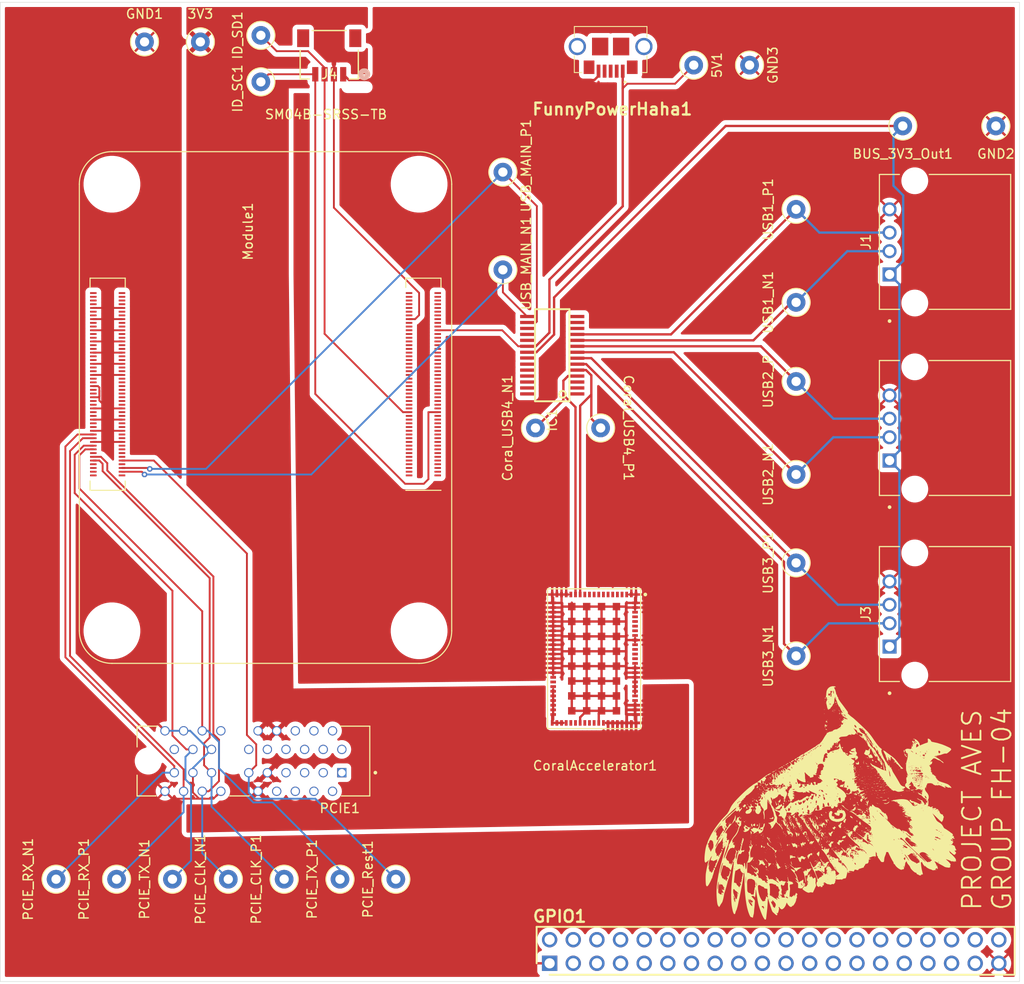
<source format=kicad_pcb>
(kicad_pcb (version 20240108) (generator "pcbnew") (generator_version "8.0")
  (layers (0 "F.Cu" signal) (31 "B.Cu" signal) (34 "B.Paste" user) (35 "F.Paste" user) (36 "B.SilkS" user "B.Silkscreen") (37 "F.SilkS" user "F.Silkscreen") (38 "B.Mask" user) (39 "F.Mask" user) (44 "Edge.Cuts" user))
  (net 0 "")
  (net 1 "GND")
  (net 3 "USB_SUB4_P")
  (net 7 "+3V3")
  (net 20 "USB_SUB4_N")
  (net 28 "+5V")
  (net 34 "GPIO_7")
  (net 36 "GPIO_2")
  (net 37 "GPIO_19")
  (net 39 "GPIO_24")
  (net 40 "GPIO_11")
  (net 41 "ID_SC")
  (net 42 "GPIO_10")
  (net 43 "GPIO_6")
  (net 45 "GPIO_3")
  (net 46 "GPIO_5")
  (net 47 "GPIO_26")
  (net 48 "GPIO_8")
  (net 49 "GPIO_25")
  (net 50 "GPIO_14")
  (net 51 "GPIO_9")
  (net 52 "GPIO_21")
  (net 54 "GPIO_23")
  (net 55 "GPIO_4")
  (net 56 "GPIO_12")
  (net 58 "GPIO_15")
  (net 59 "GPIO_18")
  (net 60 "GPIO_17")
  (net 62 "GPIO_13")
  (net 63 "GPIO_27")
  (net 64 "GPIO_16")
  (net 65 "GPIO_20")
  (net 66 "GPIO_22")
  (net 67 "ID_SD")
  (net 70 "USB_SUB3_N")
  (net 71 "USB_SUB1_P")
  (net 73 "USB_SUB2_N")
  (net 75 "USB_MAIN_N")
  (net 80 "USB_SUB3_P")
  (net 84 "USB_SUB1_N")
  (net 87 "BUS_3v3_Out")
  (net 89 "USB_SUB2_P")
  (net 92 "USB_MAIN_P")
  (net 145 "PCIE_Connector_RX_N")
  (net 148 "PCIE_CLK_N")
  (net 152 "PCIE_Connector_TX_P")
  (net 165 "PCIE_Connector_RX_P")
  (net 176 "PCIE_Connector_TX_N")
  (net 178 "PCIE_Reset")
  (net 193 "PCIE_CLK_P")
  (footprint "TestPoint:TestPoint_Loop_D1.80mm_Drill1.0mm_Beaded" (layer "F.Cu") (at 105 110.5 -90)
    (property "Reference" "PCIE_CLK_P1")
    (property "Value" "TestPoint" (hide yes))
  )
  (footprint "TestPoint:TestPoint_Loop_D1.80mm_Drill1.0mm_Beaded" (layer "F.Cu") (at 160 76.5 -90)
    (property "Reference" "USB3_P1")
    (property "Value" "TestPoint" (hide yes))
  )
  (footprint "TestPoint:TestPoint_Loop_D1.80mm_Drill1.0mm_Beaded" (layer "F.Cu") (at 90 20.5 180)
    (property "Reference" "GND1")
    (property "Value" "TestPoint" (hide yes))
  )
  (footprint "SeniorDesign_USB_BUS_FE1.1S:FE1.1S_SSOP-28" (layer "F.Cu") (at 133.8 54.18 90)
    (property "Reference" "IC1")
    (property "Value" "FE1.1S" (hide yes))
  )
  (footprint "TestPoint:TestPoint_Loop_D1.80mm_Drill1.0mm_Beaded" (layer "F.Cu") (at 80.5 110.5 -90)
    (property "Reference" "PCIE_RX_N1")
    (property "Value" "TestPoint" (hide yes))
  )
  (footprint "TestPoint:TestPoint_Loop_D1.80mm_Drill1.0mm_Beaded" (layer "F.Cu") (at 155 23 90)
    (property "Reference" "GND3")
    (property "Value" "TestPoint" (hide yes))
  )
  (footprint "TestPoint:TestPoint_Loop_D1.80mm_Drill1.0mm_Beaded" (layer "F.Cu") (at 160 57 -90)
    (property "Reference" "USB2_P1" (hide yes))
    (property "Value" "TestPoint" (hide yes))
  )
  (footprint "SeniorDesign_USB-A1HSW6:OST_USB-A1HSW6" (layer "F.Cu") (at 172.75 42 90)
    (property "Reference" "J1")
    (property "Value" "USB-A1HSW6" (hide yes))
  )
  (footprint "TestPoint:TestPoint_Loop_D1.80mm_Drill1.0mm_Beaded" (layer "F.Cu") (at 139 62 90)
    (property "Reference" "Coral_USB4_P1" (hide yes))
    (property "Value" "TestPoint" (hide yes))
  )
  (footprint "SeniorDesign_Qwiic_Flat:CONN_SM04B-SRSS-TB_JST" (layer "F.Cu") (at 109.84425 21.8841)
    (property "Reference" "J4")
    (property "Value" "SM04B-SRSS-TB")
  )
  (footprint "SeniorDesign_PCIEConnector:AMPHENOL_10082378-11100TLF" (layer "F.Cu") (at 101.7 97.8 180)
    (property "Reference" "PCIE1")
    (property "Value" "10082378-11100TLF")
  )
  (footprint "LOGO" (layer "F.Cu") (at 164.5 102 90)
    (property "Reference" "G***")
    (property "Value" "LOGO" (hide yes))
  )
  (footprint "TestPoint:TestPoint_Loop_D1.80mm_Drill1.0mm_Beaded" (layer "F.Cu") (at 181.46 29.54)
    (property "Reference" "GND2")
    (property "Value" "TestPoint" (hide yes))
  )
  (footprint "TestPoint:TestPoint_Loop_D1.80mm_Drill1.0mm_Beaded" (layer "F.Cu") (at 102.5 24.8 -90)
    (property "Reference" "ID_SC1")
    (property "Value" "TestPoint" (hide yes))
  )
  (footprint "SeniorDesign_CM4IO:Raspberry-Pi-4-Compute-Module" (layer "F.Cu") (at 119.5 35.8 180)
    (property "Reference" "Module1")
    (property "Value" "ComputeModule4-CM4")
  )
  (footprint "SeniorDesign_USB-A1HSW6:OST_USB-A1HSW6" (layer "F.Cu") (at 172.75 62 90)
    (property "Reference" "J2" (hide yes))
    (property "Value" "USB-A1HSW6" (hide yes))
  )
  (footprint "SeniorDesign_USB-A1HSW6:OST_USB-A1HSW6" (layer "F.Cu") (at 172.75 82 90)
    (property "Reference" "J3")
    (property "Value" "USB-A1HSW6" (hide yes))
  )
  (footprint "TestPoint:TestPoint_Loop_D1.80mm_Drill1.0mm_Beaded" (layer "F.Cu") (at 117 110.5 -90)
    (property "Reference" "PCIE_Rest1")
    (property "Value" "TestPoint" (hide yes))
  )
  (footprint "TestPoint:TestPoint_Loop_D1.80mm_Drill1.0mm_Beaded" (layer "F.Cu") (at 149 23 90)
    (property "Reference" "5V1")
    (property "Value" "TestPoint" (hide yes))
  )
  (footprint "TestPoint:TestPoint_Loop_D1.80mm_Drill1.0mm_Beaded" (layer "F.Cu") (at 111 110.5 -90)
    (property "Reference" "PCIE_TX_P1")
    (property "Value" "TestPoint" (hide yes))
  )
  (footprint "TestPoint:TestPoint_Loop_D1.80mm_Drill1.0mm_Beaded" (layer "F.Cu") (at 160 86.5 -90)
    (property "Reference" "USB3_N1")
    (property "Value" "TestPoint" (hide yes))
  )
  (footprint "TestPoint:TestPoint_Loop_D1.80mm_Drill1.0mm_Beaded" (layer "F.Cu") (at 99 110.5 -90)
    (property "Reference" "PCIE_CLK_N1")
    (property "Value" "TestPoint" (hide yes))
  )
  (footprint "TestPoint:TestPoint_Loop_D1.80mm_Drill1.0mm_Beaded" (layer "F.Cu") (at 96 20.5 180)
    (property "Reference" "3V3")
    (property "Value" "TestPoint" (hide yes))
  )
  (footprint "TestPoint:TestPoint_Loop_D1.80mm_Drill1.0mm_Beaded" (layer "F.Cu") (at 132 62)
    (property "Reference" "Coral_USB4_N1")
    (property "Value" "TestPoint" (hide yes))
  )
  (footprint "TestPoint:TestPoint_Loop_D1.80mm_Drill1.0mm_Beaded" (layer "F.Cu") (at 171.46 29.54)
    (property "Reference" "BUS_3V3_Out1")
    (property "Value" "TestPoint" (hide yes))
  )
  (footprint "SeniorDesign_USB_Micro:USB307530A" (layer "F.Cu") (at 140.075 21 180)
    (property "Reference" "FunnyPowerHaha1")
    (property "Value" "USB3075-30-A" (hide yes))
  )
  (footprint "TestPoint:TestPoint_Loop_D1.80mm_Drill1.0mm_Beaded" (layer "F.Cu") (at 160 38.5 -90)
    (property "Reference" "USB1_P1")
    (property "Value" "TestPoint" (hide yes))
  )
  (footprint "TestPoint:TestPoint_Loop_D1.80mm_Drill1.0mm_Beaded" (layer "F.Cu") (at 93 110.5 -90)
    (property "Reference" "PCIE_TX_N1")
    (property "Value" "TestPoint" (hide yes))
  )
  (footprint "TestPoint:TestPoint_Loop_D1.80mm_Drill1.0mm_Beaded" (layer "F.Cu") (at 160 67 -90)
    (property "Reference" "USB2_N1")
    (property "Value" "TestPoint" (hide yes))
  )
  (footprint "SeniorDesign_GPIO_Stacking_Header_F:RHDR40W64P254X254_2X20_5105X500X865P" (layer "F.Cu") (at 133.52 119.54)
    (property "Reference" "GPIO1")
    (property "Value" "2223" (hide yes))
  )
  (footprint "TestPoint:TestPoint_Loop_D1.80mm_Drill1.0mm_Beaded" (layer "F.Cu") (at 128.5 45 90)
    (property "Reference" "USB_MAIN_N1")
    (property "Value" "TestPoint" (hide yes))
  )
  (footprint "TestPoint:TestPoint_Loop_D1.80mm_Drill1.0mm_Beaded" (layer "F.Cu") (at 160 48.5 -90)
    (property "Reference" "USB1_N1")
    (property "Value" "TestPoint" (hide yes))
  )
  (footprint "TestPoint:TestPoint_Loop_D1.80mm_Drill1.0mm_Beaded" (layer "F.Cu") (at 102.5 19.8 -90)
    (property "Reference" "ID_SD1")
    (property "Value" "TestPoint" (hide yes))
  )
  (footprint "SeniorDesign_Coral_Accelerator_Module_F:MODULE_G313-06329-00" (layer "F.Cu") (at 138.3 86.8 180)
    (property "Reference" "CoralAccelerator1")
    (property "Value" "G313-06329-00" (hide yes))
  )
  (footprint "TestPoint:TestPoint_Loop_D1.80mm_Drill1.0mm_Beaded" (layer "F.Cu") (at 87 110.5 -90)
    (property "Reference" "PCIE_RX_P1")
    (property "Value" "TestPoint" (hide yes))
  )
  (footprint "TestPoint:TestPoint_Loop_D1.80mm_Drill1.0mm_Beaded" (layer "F.Cu") (at 128.5 34.5 90)
    (property "Reference" "USB_MAIN_P1")
    (property "Value" "TestPoint" (hide yes))
  )
  (gr_rect (start 74.5 16.25) (end 184 121.5) (stroke (width 0.05)) (fill none) (layer "Edge.Cuts"))
  (gr_text "PROJECT AVES\nGROUP FH-04" (at 180.5 114 90) (layer "F.SilkS") (effects (font (size 2 2) (thickness 0.2) (bold yes)) (justify left)))
  (gr_text "Coral_USB4_P1" (at 142 62 270) (layer "F.SilkS") (effects (font (size 1 1))))
  (segment (start 86 59.9) (end 87.58 59.9) (width 0.2) (layer "F.Cu") (net 1))
  (segment (start 111.34425 23.9826) (end 111.96165 24.6) (width 0.25) (layer "F.Cu") (net 1))
  (segment (start 85.15 59.05) (end 86 59.9) (width 0.2) (layer "F.Cu") (net 1))
  (segment (start 84.5 62.3) (end 87.58 62.3) (width 0.2) (layer "F.Cu") (net 1))
  (segment (start 92.2 101.05) (end 93 101.85) (width 0.2) (layer "F.Cu") (net 1))
  (segment (start 138.325 24.6) (end 138.775 24.15) (width 0.25) (layer "F.Cu") (net 1))
  (segment (start 84.5 61.1) (end 87.58 61.1) (width 0.2) (layer "F.Cu") (net 1))
  (segment (start 139.1 92.4) (end 138.8 92.7) (width 0.25) (layer "F.Cu") (net 1))
  (segment (start 136.8 93.1) (end 136.8 93.7) (width 0.25) (layer "F.Cu") (net 1))
  (segment (start 95.2 99.05) (end 95.2 101.181371) (width 0.2) (layer "F.Cu") (net 1))
  (segment (start 84.5 55.1) (end 87.58 55.1) (width 0.2) (layer "F.Cu") (net 1))
  (segment (start 85.05 58.7) (end 84.5 58.7) (width 0.2) (layer "F.Cu") (net 1))
  (segment (start 111.96165 24.6) (end 138.325 24.6) (width 0.25) (layer "F.Cu") (net 1))
  (segment (start 84.5 52.7) (end 87.58 52.7) (width 0.2) (layer "F.Cu") (net 1))
  (segment (start 85.15 58) (end 85.15 58.6) (width 0.2) (layer "F.Cu") (net 1))
  (segment (start 85 57.5) (end 85.15 57.65) (width 0.2) (layer "F.Cu") (net 1))
  (segment (start 96.5 101.85) (end 97.4 101.85) (width 0.2) (layer "F.Cu") (net 1))
  (segment (start 84.5 59.9) (end 86 59.9) (width 0.2) (layer "F.Cu") (net 1))
  (segment (start 84.5 56.3) (end 87.58 56.3) (width 0.2) (layer "F.Cu") (net 1))
  (segment (start 95.2 101.181371) (end 95.868629 101.85) (width 0.2) (layer "F.Cu") (net 1))
  (segment (start 137.5 92.4) (end 136.8 93.1) (width 0.25) (layer "F.Cu") (net 1))
  (segment (start 138.775 24.15) (end 138.775 23.65) (width 0.25) (layer "F.Cu") (net 1))
  (segment (start 85.15 57.65) (end 85.15 58) (width 0.2) (layer "F.Cu") (net 1))
  (segment (start 85.15 58) (end 85.15 59.05) (width 0.2) (layer "F.Cu") (net 1))
  (segment (start 84.5 50.3) (end 87.58 50.3) (width 0.2) (layer "F.Cu") (net 1))
  (segment (start 84.5 57.5) (end 85 57.5) (width 0.2) (layer "F.Cu") (net 1))
  (segment (start 95.868629 101.85) (end 96.5 101.85) (width 0.2) (layer "F.Cu") (net 1))
  (segment (start 84.5 53.9) (end 87.58 53.9) (width 0.2) (layer "F.Cu") (net 1))
  (segment (start 84.5 63.5) (end 87.58 63.5) (width 0.2) (layer "F.Cu") (net 1))
  (segment (start 138.775 23.65) (end 138.775 24.16) (width 0.25) (layer "F.Cu") (net 1))
  (segment (start 85.15 58.6) (end 85.05 58.7) (width 0.2) (layer "F.Cu") (net 1))
  (segment (start 93 101.85) (end 96.5 101.85) (width 0.2) (layer "F.Cu") (net 1))
  (segment (start 97.4 101.85) (end 98.2 101.05) (width 0.2) (layer "F.Cu") (net 1))
  (segment (start 84.5 51.5) (end 87.58 51.5) (width 0.2) (layer "F.Cu") (net 1))
  (segment (start 84.5 49.1) (end 87.58 49.1) (width 0.2) (layer "F.Cu") (net 1))
  (segment (start 138.8 92.7) (end 138.8 93.7) (width 0.25) (layer "F.Cu") (net 1))
  (segment (start 97.2 96.55) (end 95.2 98.55) (width 0.2) (layer "B.Cu") (net 1))
  (segment (start 94.2 94.55) (end 94.907106 94.55) (width 0.2) (layer "B.Cu") (net 1))
  (segment (start 95.2 98.55) (end 95.2 99.05) (width 0.2) (layer "B.Cu") (net 1))
  (segment (start 94.907106 94.55) (end 96.907106 96.55) (width 0.2) (layer "B.Cu") (net 1))
  (segment (start 96.907106 96.55) (end 97.2 96.55) (width 0.2) (layer "B.Cu") (net 1))
  (segment (start 92.2 94.55) (end 94.2 94.55) (width 0.2) (layer "B.Cu") (net 1))
  (segment (start 138 56.345) (end 138 58.415) (width 0.25) (layer "F.Cu") (net 3))
  (segment (start 137.435 55.78) (end 138 56.345) (width 0.25) (layer "F.Cu") (net 3))
  (segment (start 136.5 55.78) (end 137.435 55.78) (width 0.25) (layer "F.Cu") (net 3))
  (segment (start 138 58.415) (end 138 61) (width 0.25) (layer "F.Cu") (net 3))
  (segment (start 136.8 59.615) (end 136.8 79.9) (width 0.25) (layer "F.Cu") (net 3))
  (segment (start 138 58.415) (end 136.8 59.615) (width 0.25) (layer "F.Cu") (net 3))
  (segment (start 138 61) (end 139 62) (width 0.25) (layer "F.Cu") (net 3))
  (segment (start 119.5 47.48) (end 119.5 49.5) (width 0.2) (layer "F.Cu") (net 7))
  (segment (start 110.344249 38.324249) (end 119.5 47.48) (width 0.2) (layer "F.Cu") (net 7))
  (segment (start 110.344249 23.9826) (end 110.344249 38.324249) (width 0.2) (layer "F.Cu") (net 7))
  (segment (start 119.07 50.3) (end 119.5 49.87) (width 0.2) (layer "F.Cu") (net 7))
  (segment (start 118.42 50.3) (end 119.07 50.3) (width 0.2) (layer "F.Cu") (net 7))
  (segment (start 119.5 49.87) (end 119.5 49.5) (width 0.2) (layer "F.Cu") (net 7))
  (segment (start 135 58.4575) (end 135 56.92) (width 0.25) (layer "F.Cu") (net 20))
  (segment (start 136.3 79.9) (end 136.3 59.7575) (width 0.25) (layer "F.Cu") (net 20))
  (segment (start 136.3 59.7575) (end 135 58.4575) (width 0.25) (layer "F.Cu") (net 20))
  (segment (start 135 56.92) (end 135.5 56.42) (width 0.25) (layer "F.Cu") (net 20))
  (segment (start 135 58.4575) (end 135 59) (width 0.25) (layer "F.Cu") (net 20))
  (segment (start 135.5 56.42) (end 136.5 56.42) (width 0.25) (layer "F.Cu") (net 20))
  (segment (start 135 59) (end 132 62) (width 0.25) (layer "F.Cu") (net 20))
  (segment (start 132.035 53.22) (end 131.1 53.22) (width 0.25) (layer "F.Cu") (net 28))
  (segment (start 121.5 51.5) (end 128.43 51.5) (width 0.2) (layer "F.Cu") (net 28))
  (segment (start 141.375 25.5) (end 141.375 38.17) (width 0.25) (layer "F.Cu") (net 28))
  (segment (start 149 23) (end 147 25) (width 0.2) (layer "F.Cu") (net 28))
  (segment (start 128.43 51.5) (end 130.15 53.22) (width 0.2) (layer "F.Cu") (net 28))
  (segment (start 141.375 23.65) (end 141.375 25.5) (width 0.25) (layer "F.Cu") (net 28))
  (segment (start 141.375 38.17) (end 133.5 46.045) (width 0.25) (layer "F.Cu") (net 28))
  (segment (start 133.5 46.045) (end 133.5 51.755) (width 0.25) (layer "F.Cu") (net 28))
  (segment (start 133.5 51.755) (end 132.035 53.22) (width 0.25) (layer "F.Cu") (net 28))
  (segment (start 130.15 53.22) (end 131.1 53.22) (width 0.2) (layer "F.Cu") (net 28))
  (segment (start 147 25) (end 141.875 25) (width 0.2) (layer "F.Cu") (net 28))
  (segment (start 141.875 25) (end 141.375 25.5) (width 0.2) (layer "F.Cu") (net 28))
  (segment (start 118 68) (end 120 68) (width 0.2) (layer "F.Cu") (net 41))
  (segment (start 108.34425 23.9826) (end 103.3174 23.9826) (width 0.2) (layer "F.Cu") (net 41))
  (segment (start 103.3174 23.9826) (end 102.5 24.8) (width 0.2) (layer "F.Cu") (net 41))
  (segment (start 120 68) (end 120.5 67.5) (width 0.2) (layer "F.Cu") (net 41))
  (segment (start 108.34425 23.9826) (end 108.34425 58.34425) (width 0.2) (layer "F.Cu") (net 41))
  (segment (start 120.5 67.5) (end 120.5 60.3) (width 0.2) (layer "F.Cu") (net 41))
  (segment (start 108.34425 58.34425) (end 118 68) (width 0.2) (layer "F.Cu") (net 41))
  (segment (start 120.5 60.3) (end 121.5 60.3) (width 0.2) (layer "F.Cu") (net 41))
  (segment (start 104.2 21.5) (end 102.5 19.8) (width 0.2) (layer "F.Cu") (net 67))
  (segment (start 109.344251 23.277701) (end 107.56655 21.5) (width 0.2) (layer "F.Cu") (net 67))
  (segment (start 109.344251 23.9826) (end 109.344251 23.277701) (width 0.2) (layer "F.Cu") (net 67))
  (segment (start 109.344251 23.9826) (end 109.344251 51.874251) (width 0.2) (layer "F.Cu") (net 67))
  (segment (start 117.77 60.3) (end 118.42 60.3) (width 0.2) (layer "F.Cu") (net 67))
  (segment (start 107.56655 21.5) (end 104.2 21.5) (width 0.2) (layer "F.Cu") (net 67))
  (segment (start 109.344251 51.874251) (end 117.77 60.3) (width 0.2) (layer "F.Cu") (net 67))
  (segment (start 158.7 85.2) (end 160 86.5) (width 0.25) (layer "F.Cu") (net 70))
  (segment (start 158.7 76.39) (end 158.7 85.2) (width 0.25) (layer "F.Cu") (net 70))
  (segment (start 136.5 55.14) (end 137.45 55.14) (width 0.25) (layer "F.Cu") (net 70))
  (segment (start 137.45 55.14) (end 158.7 76.39) (width 0.25) (layer "F.Cu") (net 70))
  (segment (start 163.5 83) (end 160 86.5) (width 0.25) (layer "B.Cu") (net 70))
  (segment (start 170.04 83) (end 163.5 83) (width 0.25) (layer "B.Cu") (net 70))
  (segment (start 146.56 51.94) (end 160 38.5) (width 0.25) (layer "F.Cu") (net 71))
  (segment (start 136.5 51.94) (end 146.56 51.94) (width 0.25) (layer "F.Cu") (net 71))
  (segment (start 170.04 41) (end 162.5 41) (width 0.25) (layer "B.Cu") (net 71))
  (segment (start 162.5 41) (end 160 38.5) (width 0.25) (layer "B.Cu") (net 71))
  (segment (start 160 67) (end 146.86 53.86) (width 0.25) (layer "F.Cu") (net 73))
  (segment (start 146.86 53.86) (end 136.5 53.86) (width 0.25) (layer "F.Cu") (net 73))
  (segment (start 164 63) (end 160 67) (width 0.25) (layer "B.Cu") (net 73))
  (segment (start 170.04 63) (end 164 63) (width 0.25) (layer "B.Cu") (net 73))
  (segment (start 89.7 66.7) (end 87.58 66.7) (width 0.2) (layer "F.Cu") (net 75))
  (segment (start 128.5 47.42) (end 131.1 50.02) (width 0.2) (layer "F.Cu") (net 75))
  (segment (start 90 67) (end 89.7 66.7) (width 0.2) (layer "F.Cu") (net 75))
  (segment (start 128.5 45) (end 128.5 47.42) (width 0.2) (layer "F.Cu") (net 75))
  (via (at 90 67) (size 0.6) (drill 0.3) (layers "F.Cu" "B.Cu") (net 75))
  (segment (start 128.5 46.414213) (end 107.914213 67) (width 0.2) (layer "B.Cu") (net 75))
  (segment (start 128.5 45) (end 128.5 46.414213) (width 0.2) (layer "B.Cu") (net 75))
  (segment (start 107.914213 67) (end 90 67) (width 0.2) (layer "B.Cu") (net 75))
  (segment (start 138 54.5) (end 160 76.5) (width 0.25) (layer "F.Cu") (net 80))
  (segment (start 136.5 54.5) (end 138 54.5) (width 0.25) (layer "F.Cu") (net 80))
  (segment (start 170.04 81) (end 164.5 81) (width 0.25) (layer "B.Cu") (net 80))
  (segment (start 164.5 81) (end 160 76.5) (width 0.25) (layer "B.Cu") (net 80))
  (segment (start 159.5 48.5) (end 155.42 52.58) (width 0.25) (layer "F.Cu") (net 84))
  (segment (start 155.42 52.58) (end 136.5 52.58) (width 0.25) (layer "F.Cu") (net 84))
  (segment (start 160 48.5) (end 159.5 48.5) (width 0.25) (layer "F.Cu") (net 84))
  (segment (start 170.04 43) (end 165.5 43) (width 0.25) (layer "B.Cu") (net 84))
  (segment (start 165.5 43) (end 160 48.5) (width 0.25) (layer "B.Cu") (net 84))
  (segment (start 132.1 53.86) (end 131.1 53.86) (width 0.25) (layer "F.Cu") (net 87))
  (segment (start 134 51.96) (end 132.1 53.86) (width 0.25) (layer "F.Cu") (net 87))
  (segment (start 171.46 29.54) (end 152.4325 29.54) (width 0.25) (layer "F.Cu") (net 87))
  (segment (start 134 47.9725) (end 134 51.96) (width 0.25) (layer "F.Cu") (net 87))
  (segment (start 152.4325 29.54) (end 134 47.9725) (width 0.25) (layer "F.Cu") (net 87))
  (segment (start 170.04 65.5) (end 171.094 64.446) (width 0.25) (layer "B.Cu") (net 87))
  (segment (start 171.094 64.446) (end 171.094 46.554) (width 0.25) (layer "B.Cu") (net 87))
  (segment (start 171.5 37) (end 171.5 44.04) (width 0.25) (layer "B.Cu") (net 87))
  (segment (start 171.094 46.554) (end 170.04 45.5) (width 0.25) (layer "B.Cu") (net 87))
  (segment (start 171.094 84.446) (end 170.04 85.5) (width 0.25) (layer "B.Cu") (net 87))
  (segment (start 171.5 29.5) (end 171.46 29.54) (width 0.25) (layer "B.Cu") (net 87))
  (segment (start 170.04 65.5) (end 171.094 66.554) (width 0.25) (layer "B.Cu") (net 87))
  (segment (start 171.5 44.04) (end 170.04 45.5) (width 0.25) (layer "B.Cu") (net 87))
  (segment (start 171.094 66.554) (end 171.094 84.446) (width 0.25) (layer "B.Cu") (net 87))
  (segment (start 170.46 35.96) (end 171.5 37) (width 0.25) (layer "B.Cu") (net 87))
  (segment (start 171.46 29.54) (end 170.46 30.54) (width 0.25) (layer "B.Cu") (net 87))
  (segment (start 170.46 30.54) (end 170.46 35.96) (width 0.25) (layer "B.Cu") (net 87))
  (segment (start 156.22 53.22) (end 160 57) (width 0.25) (layer "F.Cu") (net 89))
  (segment (start 136.5 53.22) (end 156.22 53.22) (width 0.25) (layer "F.Cu") (net 89))
  (segment (start 164 61) (end 160 57) (width 0.25) (layer "B.Cu") (net 89))
  (segment (start 170.04 61) (end 164 61) (width 0.25) (layer "B.Cu") (net 89))
  (segment (start 131.1 50.66) (end 132.05 50.66) (width 0.2) (layer "F.Cu") (net 92))
  (segment (start 132.15 38.15) (end 128.5 34.5) (width 0.2) (layer "F.Cu") (net 92))
  (segment (start 90.465687 66.3) (end 90.565687 66.4) (width 0.2) (layer "F.Cu") (net 92))
  (segment (start 87.58 66.3) (end 90.465687 66.3) (width 0.2) (layer "F.Cu") (net 92))
  (segment (start 132.05 50.66) (end 132.15 50.56) (width 0.2) (layer "F.Cu") (net 92))
  (segment (start 132.15 50.56) (end 132.15 38.15) (width 0.2) (layer "F.Cu") (net 92))
  (via (at 90.565687 66.4) (size 0.6) (drill 0.3) (layers "F.Cu" "B.Cu") (net 92))
  (segment (start 96.6 66.4) (end 128.5 34.5) (width 0.2) (layer "B.Cu") (net 92))
  (segment (start 90.565687 66.4) (end 96.6 66.4) (width 0.2) (layer "B.Cu") (net 92))
  (segment (start 82.8 62.7) (end 84.5 62.7) (width 0.2) (layer "F.Cu") (net 145))
  (segment (start 81.5 64) (end 82.8 62.7) (width 0.2) (layer "F.Cu") (net 145))
  (segment (start 93.2 99.05) (end 93.2 98.342894) (width 0.2) (layer "F.Cu") (net 145))
  (segment (start 81.5 86.642894) (end 81.5 64) (width 0.2) (layer "F.Cu") (net 145))
  (segment (start 93.2 98.342894) (end 81.5 86.642894) (width 0.2) (layer "F.Cu") (net 145))
  (segment (start 91.95 99.05) (end 80.5 110.5) (width 0.2) (layer "B.Cu") (net 145))
  (segment (start 93.2 99.05) (end 91.95 99.05) (width 0.2) (layer "B.Cu") (net 145))
  (segment (start 96.907106 101.05) (end 98 99.957106) (width 0.2) (layer "F.Cu") (net 148))
  (segment (start 96.865 77.435) (end 86 66.57) (width 0.2) (layer "F.Cu") (net 148))
  (segment (start 86 66.57) (end 86 65.784315) (width 0.2) (layer "F.Cu") (net 148))
  (segment (start 86 65.784315) (end 85.315685 65.1) (width 0.2) (layer "F.Cu") (net 148))
  (segment (start 96.2 101.05) (end 96 100.85) (width 0.2) (layer "F.Cu") (net 148))
  (segment (start 96.2 101.05) (end 96.907106 101.05) (width 0.2) (layer "F.Cu") (net 148))
  (segment (start 97.4 94.9) (end 97.4 77.97) (width 0.2) (layer "F.Cu") (net 148))
  (segment (start 97.165685 77.735686) (end 96.865 77.435) (width 0.2) (layer "F.Cu") (net 148))
  (segment (start 98 95.5) (end 97.4 94.9) (width 0.2) (layer "F.Cu") (net 148))
  (segment (start 85.315685 65.1) (end 84.5 65.1) (width 0.2) (layer "F.Cu") (net 148))
  (segment (start 98 99.957106) (end 98 95.5) (width 0.2) (layer "F.Cu") (net 148))
  (segment (start 97.4 77.97) (end 97.165685 77.735686) (width 0.2) (layer "F.Cu") (net 148))
  (segment (start 96.2 107.7) (end 96.2 101.05) (width 0.2) (layer "B.Cu") (net 148))
  (segment (start 99 110.5) (end 96.2 107.7) (width 0.2) (layer "B.Cu") (net 148))
  (segment (start 96.2 81.7) (end 83 68.5) (width 0.2) (layer "F.Cu") (net 152))
  (segment (start 83 68.5) (end 83 64.940686) (width 0.2) (layer "F.Cu") (net 152))
  (segment (start 96.2 94.55) (end 96.2 81.7) (width 0.2) (layer "F.Cu") (net 152))
  (segment (start 83.640686 64.3) (end 84.5 64.3) (width 0.2) (layer "F.Cu") (net 152))
  (segment (start 83 64.940686) (end 83.640686 64.3) (width 0.2) (layer "F.Cu") (net 152))
  (segment (start 101.684314 102.25) (end 103.75 102.25) (width 0.2) (layer "B.Cu") (net 152))
  (segment (start 98 95.75) (end 98 98.565686) (width 0.2) (layer "B.Cu") (net 152))
  (segment (start 103.75 102.25) (end 111 109.5) (width 0.2) (layer "B.Cu") (net 152))
  (segment (start 96.8 94.55) (end 98 95.75) (width 0.2) (layer "B.Cu") (net 152))
  (segment (start 96.2 94.55) (end 96.8 94.55) (width 0.2) (layer "B.Cu") (net 152))
  (segment (start 111 109.5) (end 111 110.5) (width 0.2) (layer "B.Cu") (net 152))
  (segment (start 98 98.565686) (end 101.684314 102.25) (width 0.2) (layer "B.Cu") (net 152))
  (segment (start 82 64.475) (end 83.375 63.1) (width 0.2) (layer "F.Cu") (net 165))
  (segment (start 83.375 63.1) (end 84.5 63.1) (width 0.2) (layer "F.Cu") (net 165))
  (segment (start 82 86.5) (end 82 64.475) (width 0.2) (layer "F.Cu") (net 165))
  (segment (start 94.2 101.05) (end 94.2 98.7) (width 0.2) (layer "F.Cu") (net 165))
  (segment (start 94.2 98.7) (end 82 86.5) (width 0.2) (layer "F.Cu") (net 165))
  (segment (start 94.2 101.05) (end 94.2 103.3) (width 0.2) (layer "B.Cu") (net 165))
  (segment (start 94.2 103.3) (end 87 110.5) (width 0.2) (layer "B.Cu") (net 165))
  (segment (start 93 95.057106) (end 93 79.5) (width 0.2) (layer "F.Cu") (net 176))
  (segment (start 94.492894 96.55) (end 93 95.057106) (width 0.2) (layer "F.Cu") (net 176))
  (segment (start 82.5 64.875) (end 83.475 63.9) (width 0.2) (layer "F.Cu") (net 176))
  (segment (start 95.2 96.55) (end 94.492894 96.55) (width 0.2) (layer "F.Cu") (net 176))
  (segment (start 82.5 69) (end 82.5 64.875) (width 0.2) (layer "F.Cu") (net 176))
  (segment (start 93 79.5) (end 82.5 69) (width 0.2) (layer "F.Cu") (net 176))
  (segment (start 83.475 63.9) (end 84.5 63.9) (width 0.2) (layer "F.Cu") (net 176))
  (segment (start 93 110.5) (end 95 108.5) (width 0.2) (layer "B.Cu") (net 176))
  (segment (start 95 100.381371) (end 94.4 99.781371) (width 0.2) (layer "B.Cu") (net 176))
  (segment (start 94.4 99.781371) (end 94.4 97.35) (width 0.2) (layer "B.Cu") (net 176))
  (segment (start 94.4 97.35) (end 95.2 96.55) (width 0.2) (layer "B.Cu") (net 176))
  (segment (start 95 108.5) (end 95 100.381371) (width 0.2) (layer "B.Cu") (net 176))
  (segment (start 102 96) (end 101 95) (width 0.2) (layer "F.Cu") (net 178))
  (segment (start 102 98.25) (end 102 96) (width 0.2) (layer "F.Cu") (net 178))
  (segment (start 91 65.5) (end 87.58 65.5) (width 0.2) (layer "F.Cu") (net 178))
  (segment (start 101 75.5) (end 91 65.5) (width 0.2) (layer "F.Cu") (net 178))
  (segment (start 101 95) (end 101 75.5) (width 0.2) (layer "F.Cu") (net 178))
  (segment (start 101.2 99.05) (end 102 98.25) (width 0.2) (layer "F.Cu") (net 178))
  (segment (start 117 110.5) (end 108.35 101.85) (width 0.2) (layer "B.Cu") (net 178))
  (segment (start 108.35 101.85) (end 101.85 101.85) (width 0.2) (layer "B.Cu") (net 178))
  (segment (start 101.2 101.2) (end 101.2 99.05) (width 0.2) (layer "B.Cu") (net 178))
  (segment (start 101.85 101.85) (end 101.2 101.2) (width 0.2) (layer "B.Cu") (net 178))
  (segment (start 97.2 99.05) (end 96.4 98.25) (width 0.2) (layer "F.Cu") (net 193))
  (segment (start 97 95.281371) (end 97 78.135686) (width 0.2) (layer "F.Cu") (net 193))
  (segment (start 96.4 95.881371) (end 97 95.281371) (width 0.2) (layer "F.Cu") (net 193))
  (segment (start 85.149999 65.5) (end 84.5 65.5) (width 0.2) (layer "F.Cu") (net 193))
  (segment (start 85.5 65.850001) (end 85.149999 65.5) (width 0.2) (layer "F.Cu") (net 193))
  (segment (start 97 78.135686) (end 85.5 66.635686) (width 0.2) (layer "F.Cu") (net 193))
  (segment (start 96.4 98.25) (end 96.4 95.881371) (width 0.2) (layer "F.Cu") (net 193))
  (segment (start 85.5 66.635686) (end 85.5 65.850001) (width 0.2) (layer "F.Cu") (net 193))
  (segment (start 105 110.5) (end 97.2 102.7) (width 0.2) (layer "B.Cu") (net 193))
  (segment (start 97.2 102.7) (end 97.2 99.05) (width 0.2) (layer "B.Cu") (net 193))
  (zone (net 1) (net_name "GND") (layer "F.Cu") (connect_pads (clearance 0.5)) (min_thickness 0.25) (fill yes (thermal_gap 0.5) (thermal_bridge_width 0.25))
    (polygon (pts (xy 184 16) (xy 184.5 121.5) (xy 75 121.75) (xy 74.5 16.25)))
  )
  (zone (net 7) (net_name "+3V3") (layer "F.Cu") (priority 1) (connect_pads (clearance 0.5)) (min_thickness 0.25) (fill yes (thermal_gap 0.5) (thermal_bridge_width 0.5))
    (polygon (pts (xy 114 16) (xy 114 25.5) (xy 105.5 25.5) (xy 105.5 45.5) (xy 105.5 45.5) (xy 106 90) (xy 148.5 89.5) (xy 148.5 104.5) (xy 94.5 105.5) (xy 94.5 16)))
  )
)
</source>
